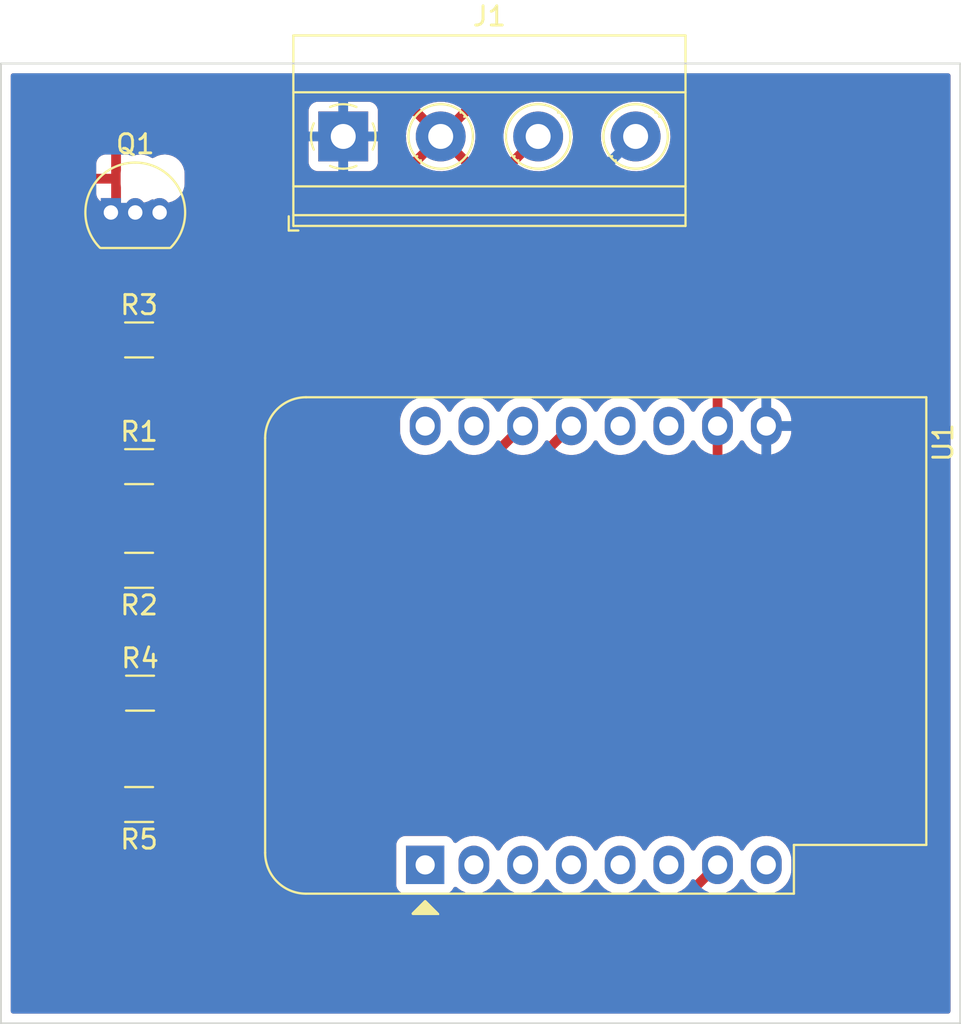
<source format=kicad_pcb>
(kicad_pcb (version 20211014) (generator pcbnew)
  (layers (0 "F.Cu" signal) (31 "B.Cu" signal) (34 "B.Paste" user) (35 "F.Paste" user) (36 "B.SilkS" user "B.Silkscreen") (37 "F.SilkS" user "F.Silkscreen") (38 "B.Mask" user) (39 "F.Mask" user) (44 "Edge.Cuts" user))
  (net 0 "")
  (net 1 "+5V")
  (net 2 "GND")
  (net 3 "Yellow")
  (net 4 "Green")
  (net 5 "Net-(Q1-Pad2)")
  (net 6 "D1")
  (net 7 "D8")
  (net 8 "D2")
  (footprint "Resistor_SMD:R_1206_3216Metric_Pad1.30x1.75mm_HandSolder" (layer "F.Cu") (at 87.2 75.4 180)
    (fp_text reference "R2" (at 0 -1.82) (layer "F.SilkS"))
    (fp_text value "10k")
    (fp_line (start -0.727064 0.91) (end 0.727064 0.91) (layer "F.SilkS") (width 0.12))
    (fp_line (start -0.727064 -0.91) (end 0.727064 -0.91) (layer "F.SilkS") (width 0.12))
    (pad "1" smd roundrect (at -1.55 0 180) (size 1.3 1.75) (layers "F.Cu" "F.Paste" "F.Mask") (roundrect_rratio 0.192308) (net 6 "D1"))
    (pad "2" smd roundrect (at 1.55 0 180) (size 1.3 1.75) (layers "F.Cu" "F.Paste" "F.Mask") (roundrect_rratio 0.192308) (net 2 "GND"))
  )
  (footprint "Resistor_SMD:R_1206_3216Metric_Pad1.30x1.75mm_HandSolder" (layer "F.Cu") (at 87.2 87.6 180)
    (fp_text reference "R5" (at 0 -1.82) (layer "F.SilkS"))
    (fp_text value "10k")
    (fp_line (start -0.727064 -0.91) (end 0.727064 -0.91) (layer "F.SilkS") (width 0.12))
    (fp_line (start -0.727064 0.91) (end 0.727064 0.91) (layer "F.SilkS") (width 0.12))
    (pad "1" smd roundrect (at -1.55 0 180) (size 1.3 1.75) (layers "F.Cu" "F.Paste" "F.Mask") (roundrect_rratio 0.192308) (net 8 "D2"))
    (pad "2" smd roundrect (at 1.55 0 180) (size 1.3 1.75) (layers "F.Cu" "F.Paste" "F.Mask") (roundrect_rratio 0.192308) (net 2 "GND"))
  )
  (footprint "Resistor_SMD:R_1206_3216Metric_Pad1.30x1.75mm_HandSolder" (layer "F.Cu") (at 87.2 70)
    (fp_text reference "R1" (at 0 -1.82) (layer "F.SilkS"))
    (fp_text value "33k")
    (fp_line (start -0.727064 -0.91) (end 0.727064 -0.91) (layer "F.SilkS") (width 0.12))
    (fp_line (start -0.727064 0.91) (end 0.727064 0.91) (layer "F.SilkS") (width 0.12))
    (pad "1" smd roundrect (at -1.55 0) (size 1.3 1.75) (layers "F.Cu" "F.Paste" "F.Mask") (roundrect_rratio 0.192308) (net 3 "Yellow"))
    (pad "2" smd roundrect (at 1.55 0) (size 1.3 1.75) (layers "F.Cu" "F.Paste" "F.Mask") (roundrect_rratio 0.192308) (net 6 "D1"))
  )
  (footprint "Module:WEMOS_D1_mini_light" (layer "F.Cu") (at 102.11 90.745 90)
    (fp_text reference "U1" (at 22 27 90) (layer "F.SilkS"))
    (fp_text value "WeMos_D1_mini")
    (fp_line (start 1.04 26.12) (end 24.36 26.12) (layer "F.SilkS") (width 0.12))
    (fp_line (start 24.36 26.12) (end 24.36 -6.21) (layer "F.SilkS") (width 0.12))
    (fp_line (start 22.24 -8.34) (end 0.63 -8.34) (layer "F.SilkS") (width 0.12))
    (fp_line (start 1.04 19.22) (end 1.04 26.12) (layer "F.SilkS") (width 0.12))
    (fp_line (start -1.5 19.22) (end 1.04 19.22) (layer "F.SilkS") (width 0.12))
    (fp_line (start -1.5 19.22) (end -1.5 -6.21) (layer "F.SilkS") (width 0.12))
    (fp_arc (start 22.23 -8.34) (mid 23.736137 -7.716137) (end 24.36 -6.21) (layer "F.SilkS") (width 0.12))
    (fp_arc (start -1.5 -6.21) (mid -0.876137 -7.716137) (end 0.63 -8.34) (layer "F.SilkS") (width 0.12))
    (fp_poly (pts (xy -2.54 -0.635) (xy -2.54 0.635) (xy -1.905 0)) (layer "F.SilkS") (width 0.15) (fill solid))
    (pad "1" thru_hole rect (at 0 0 90) (size 2 2) (drill 1) (layers *.Cu *.Mask))
    (pad "2" thru_hole oval (at 0 2.54 90) (size 2 1.6) (drill 1) (layers *.Cu *.Mask))
    (pad "3" thru_hole oval (at 0 5.08 90) (size 2 1.6) (drill 1) (layers *.Cu *.Mask))
    (pad "4" thru_hole oval (at 0 7.62 90) (size 2 1.6) (drill 1) (layers *.Cu *.Mask))
    (pad "5" thru_hole oval (at 0 10.16 90) (size 2 1.6) (drill 1) (layers *.Cu *.Mask))
    (pad "6" thru_hole oval (at 0 12.7 90) (size 2 1.6) (drill 1) (layers *.Cu *.Mask))
    (pad "7" thru_hole oval (at 0 15.24 90) (size 2 1.6) (drill 1) (layers *.Cu *.Mask) (net 7 "D8"))
    (pad "8" thru_hole oval (at 0 17.78 90) (size 2 1.6) (drill 1) (layers *.Cu *.Mask))
    (pad "9" thru_hole oval (at 22.86 17.78 90) (size 2 1.6) (drill 1) (layers *.Cu *.Mask) (net 1 "+5V"))
    (pad "10" thru_hole oval (at 22.86 15.24 90) (size 2 1.6) (drill 1) (layers *.Cu *.Mask) (net 2 "GND"))
    (pad "11" thru_hole oval (at 22.86 12.7 90) (size 2 1.6) (drill 1) (layers *.Cu *.Mask))
    (pad "12" thru_hole oval (at 22.86 10.16 90) (size 2 1.6) (drill 1) (layers *.Cu *.Mask))
    (pad "13" thru_hole oval (at 22.86 7.62 90) (size 2 1.6) (drill 1) (layers *.Cu *.Mask) (net 8 "D2"))
    (pad "14" thru_hole oval (at 22.86 5.08 90) (size 2 1.6) (drill 1) (layers *.Cu *.Mask) (net 6 "D1"))
    (pad "15" thru_hole oval (at 22.86 2.54 90) (size 2 1.6) (drill 1) (layers *.Cu *.Mask))
    (pad "16" thru_hole oval (at 22.86 0 90) (size 2 1.6) (drill 1) (layers *.Cu *.Mask))
  )
  (footprint "TerminalBlock_Phoenix:TerminalBlock_Phoenix_MKDS-1,5-4-5.08_1x04_P5.08mm_Horizontal" (layer "F.Cu") (at 97.84 52.8)
    (fp_text reference "J1" (at 7.62 -6.26) (layer "F.SilkS"))
    (fp_text value "Screw_Terminal_01x04")
    (fp_line (start 4.046 1.239) (end 4.011 1.274) (layer "F.SilkS") (width 0.12))
    (fp_line (start -2.84 4.9) (end -2.34 4.9) (layer "F.SilkS") (width 0.12))
    (fp_line (start 14.206 1.239) (end 14.171 1.274) (layer "F.SilkS") (width 0.12))
    (fp_line (start 6.355 -1.069) (end 6.308 -1.023) (layer "F.SilkS") (width 0.12))
    (fp_line (start 3.853 1.023) (end 3.806 1.069) (layer "F.SilkS") (width 0.12))
    (fp_line (start 17.84 -5.261) (end 17.84 4.66) (layer "F.SilkS") (width 0.12))
    (fp_line (start -2.6 2.6) (end 17.84 2.6) (layer "F.SilkS") (width 0.12))
    (fp_line (start -2.6 4.1) (end 17.84 4.1) (layer "F.SilkS") (width 0.12))
    (fp_line (start -2.6 -2.301) (end 17.84 -2.301) (layer "F.SilkS") (width 0.12))
    (fp_line (start 6.15 -1.275) (end 6.115 -1.239) (layer "F.SilkS") (width 0.12))
    (fp_line (start 11.23 -1.275) (end 11.195 -1.239) (layer "F.SilkS") (width 0.12))
    (fp_line (start 16.31 -1.275) (end 16.275 -1.239) (layer "F.SilkS") (width 0.12))
    (fp_line (start -2.6 -5.261) (end 17.84 -5.261) (layer "F.SilkS") (width 0.12))
    (fp_line (start -2.6 -5.261) (end -2.6 4.66) (layer "F.SilkS") (width 0.12))
    (fp_line (start -2.84 4.16) (end -2.84 4.9) (layer "F.SilkS") (width 0.12))
    (fp_line (start 14.013 1.023) (end 13.966 1.069) (layer "F.SilkS") (width 0.12))
    (fp_line (start 9.126 1.239) (end 9.091 1.274) (layer "F.SilkS") (width 0.12))
    (fp_line (start 11.435 -1.069) (end 11.388 -1.023) (layer "F.SilkS") (width 0.12))
    (fp_line (start 16.515 -1.069) (end 16.468 -1.023) (layer "F.SilkS") (width 0.12))
    (fp_line (start -2.6 4.66) (end 17.84 4.66) (layer "F.SilkS") (width 0.12))
    (fp_line (start 8.933 1.023) (end 8.886 1.069) (layer "F.SilkS") (width 0.12))
    (fp_arc (start 1.535427 -0.683042) (mid 1.680501 0.000524) (end 1.535 0.684) (layer "F.SilkS") (width 0.12))
    (fp_arc (start -0.683042 -1.535427) (mid 0.000524 -1.680501) (end 0.684 -1.535) (layer "F.SilkS") (width 0.12))
    (fp_arc (start -1.535427 0.683042) (mid -1.680501 -0.000524) (end -1.535 -0.684) (layer "F.SilkS") (width 0.12))
    (fp_arc (start 0.028805 1.680253) (mid -0.335551 1.646659) (end -0.684 1.535) (layer "F.SilkS") (width 0.12))
    (fp_arc (start 0.683318 1.534756) (mid 0.349292 1.643288) (end 0 1.68) (layer "F.SilkS") (width 0.12))
    (fp_circle (center 10.16 0) (end 11.84 0) (layer "F.SilkS") (width 0.12) (fill none))
    (fp_circle (center 5.08 0) (end 6.76 0) (layer "F.SilkS") (width 0.12) (fill none))
    (fp_circle (center 15.24 0) (end 16.92 0) (layer "F.SilkS") (width 0.12) (fill none))
    (pad "1" thru_hole rect (at 0 0) (size 2.6 2.6) (drill 1.3) (layers *.Cu *.Mask) (net 1 "+5V"))
    (pad "2" thru_hole circle (at 5.08 0) (size 2.6 2.6) (drill 1.3) (layers *.Cu *.Mask) (net 2 "GND"))
    (pad "3" thru_hole circle (at 10.16 0) (size 2.6 2.6) (drill 1.3) (layers *.Cu *.Mask) (net 3 "Yellow"))
    (pad "4" thru_hole circle (at 15.24 0) (size 2.6 2.6) (drill 1.3) (layers *.Cu *.Mask) (net 4 "Green"))
  )
  (footprint "Resistor_SMD:R_1206_3216Metric_Pad1.30x1.75mm_HandSolder" (layer "F.Cu") (at 87.25 81.8)
    (fp_text reference "R4" (at 0 -1.82) (layer "F.SilkS"))
    (fp_text value "33k")
    (fp_line (start -0.727064 -0.91) (end 0.727064 -0.91) (layer "F.SilkS") (width 0.12))
    (fp_line (start -0.727064 0.91) (end 0.727064 0.91) (layer "F.SilkS") (width 0.12))
    (pad "1" smd roundrect (at -1.55 0) (size 1.3 1.75) (layers "F.Cu" "F.Paste" "F.Mask") (roundrect_rratio 0.192308) (net 4 "Green"))
    (pad "2" smd roundrect (at 1.55 0) (size 1.3 1.75) (layers "F.Cu" "F.Paste" "F.Mask") (roundrect_rratio 0.192308) (net 8 "D2"))
  )
  (footprint "Resistor_SMD:R_1206_3216Metric_Pad1.30x1.75mm_HandSolder" (layer "F.Cu") (at 87.2 63.4)
    (fp_text reference "R3" (at 0 -1.82) (layer "F.SilkS"))
    (fp_text value "1k")
    (fp_line (start -0.727064 0.91) (end 0.727064 0.91) (layer "F.SilkS") (width 0.12))
    (fp_line (start -0.727064 -0.91) (end 0.727064 -0.91) (layer "F.SilkS") (width 0.12))
    (pad "1" smd roundrect (at -1.55 0) (size 1.3 1.75) (layers "F.Cu" "F.Paste" "F.Mask") (roundrect_rratio 0.192308) (net 7 "D8"))
    (pad "2" smd roundrect (at 1.55 0) (size 1.3 1.75) (layers "F.Cu" "F.Paste" "F.Mask") (roundrect_rratio 0.192308) (net 5 "Net-(Q1-Pad2)"))
  )
  (footprint "Package_TO_SOT_THT:TO-92_Inline" (layer "F.Cu") (at 85.73 56.76)
    (fp_text reference "Q1" (at 1.27 -3.56) (layer "F.SilkS"))
    (fp_text value "2N3904")
    (fp_line (start -0.53 1.85) (end 3.07 1.85) (layer "F.SilkS") (width 0.12))
    (fp_arc (start -0.568478 1.838478) (mid -1.132087 -0.994977) (end 1.27 -2.6) (layer "F.SilkS") (width 0.12))
    (fp_arc (start 1.27 -2.6) (mid 3.672087 -0.994977) (end 3.108478 1.838478) (layer "F.SilkS") (width 0.12))
    (pad "1" thru_hole rect (at 0 0) (size 1.05 1.5) (drill 0.75) (layers *.Cu *.Mask) (net 2 "GND"))
    (pad "2" thru_hole oval (at 1.27 0) (size 1.05 1.5) (drill 0.75) (layers *.Cu *.Mask) (net 5 "Net-(Q1-Pad2)"))
    (pad "3" thru_hole oval (at 2.54 0) (size 1.05 1.5) (drill 0.75) (layers *.Cu *.Mask) (net 4 "Green"))
  )
  (gr_rect (start 80 49) (end 130 99) (layer "Edge.Cuts") (width 0.1) (fill none))
  (segment (start 86.8 66.6) (end 85.65 67.75) (width 0.508) (layer "F.Cu") (net 3))
  (segment (start 108 52.8) (end 94.2 66.6) (width 0.508) (layer "F.Cu") (net 3))
  (segment (start 94.2 66.6) (end 86.8 66.6) (width 0.508) (layer "F.Cu") (net 3))
  (segment (start 85.65 67.75) (end 85.65 70) (width 0.508) (layer "F.Cu") (net 3))
  (segment (start 88.27 56.76) (end 91.4 59.89) (width 0.508) (layer "F.Cu") (net 4))
  (segment (start 83.8 79.9) (end 85.7 81.8) (width 0.508) (layer "F.Cu") (net 4))
  (segment (start 90.4 65.4) (end 85.2 65.4) (width 0.508) (layer "F.Cu") (net 4))
  (segment (start 91.4 59.89) (end 91.4 64.4) (width 0.508) (layer "F.Cu") (net 4))
  (segment (start 85.2 65.4) (end 83.8 66.8) (width 0.508) (layer "F.Cu") (net 4))
  (segment (start 91.4 64.4) (end 90.4 65.4) (width 0.508) (layer "F.Cu") (net 4))
  (segment (start 83.8 66.8) (end 83.8 79.9) (width 0.508) (layer "F.Cu") (net 4))
  (segment (start 113.08 52.8) (end 109.12 56.76) (width 0.508) (layer "B.Cu") (net 4))
  (segment (start 109.12 56.76) (end 88.27 56.76) (width 0.508) (layer "B.Cu") (net 4))
  (segment (start 87 56.76) (end 87 59.2) (width 0.508) (layer "F.Cu") (net 5))
  (segment (start 88.75 60.95) (end 88.75 63.4) (width 0.508) (layer "F.Cu") (net 5))
  (segment (start 87 59.2) (end 88.75 60.95) (width 0.508) (layer "F.Cu") (net 5))
  (segment (start 88.75 70) (end 105.075 70) (width 0.508) (layer "F.Cu") (net 6))
  (segment (start 88.75 75.4) (end 88.75 70) (width 0.508) (layer "F.Cu") (net 6))
  (segment (start 105.075 70) (end 107.19 67.885) (width 0.508) (layer "F.Cu") (net 6))
  (segment (start 83.8 63.4) (end 85.65 63.4) (width 0.508) (layer "F.Cu") (net 7))
  (segment (start 85.6 93.2) (end 82.2 89.8) (width 0.508) (layer "F.Cu") (net 7))
  (segment (start 82.2 89.8) (end 82.2 65) (width 0.508) (layer "F.Cu") (net 7))
  (segment (start 114.895 93.2) (end 85.6 93.2) (width 0.508) (layer "F.Cu") (net 7))
  (segment (start 82.2 65) (end 83.8 63.4) (width 0.508) (layer "F.Cu") (net 7))
  (segment (start 117.35 90.745) (end 114.895 93.2) (width 0.508) (layer "F.Cu") (net 7))
  (segment (start 88.75 87.6) (end 88.75 81.85) (width 0.508) (layer "F.Cu") (net 8))
  (segment (start 95.815 81.8) (end 109.73 67.885) (width 0.508) (layer "F.Cu") (net 8))
  (segment (start 88.8 81.8) (end 95.815 81.8) (width 0.508) (layer "F.Cu") (net 8))
  (segment (start 88.75 81.85) (end 88.8 81.8) (width 0.508) (layer "F.Cu") (net 8))
  (zone (net 2) (net_name "GND") (layer "F.Cu") (connect_pads (clearance 0.508)) (min_thickness 0.254) (fill yes (thermal_gap 0.508) (thermal_bridge_width 0.508))
    (polygon (pts (xy 130 99) (xy 80 99) (xy 80 49) (xy 130 49)))
  )
  (zone (net 1) (net_name "+5V") (layer "B.Cu") (connect_pads (clearance 0.508)) (min_thickness 0.254) (fill yes (thermal_gap 0.508) (thermal_bridge_width 0.508))
    (polygon (pts (xy 130 99) (xy 80 99) (xy 80 49) (xy 130 49)))
  )
)
</source>
